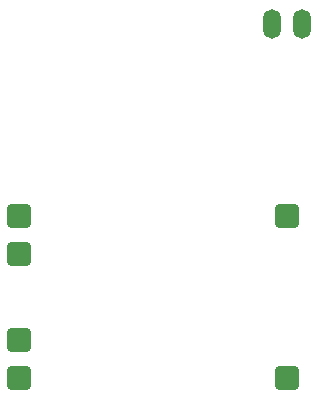
<source format=gbr>
%TF.GenerationSoftware,KiCad,Pcbnew,9.0.2*%
%TF.CreationDate,2025-06-21T17:17:58-04:00*%
%TF.ProjectId,CVISS_IMU_Tracker_Board,43564953-535f-4494-9d55-5f547261636b,rev?*%
%TF.SameCoordinates,Original*%
%TF.FileFunction,Paste,Top*%
%TF.FilePolarity,Positive*%
%FSLAX46Y46*%
G04 Gerber Fmt 4.6, Leading zero omitted, Abs format (unit mm)*
G04 Created by KiCad (PCBNEW 9.0.2) date 2025-06-21 17:17:58*
%MOMM*%
%LPD*%
G01*
G04 APERTURE LIST*
G04 Aperture macros list*
%AMRoundRect*
0 Rectangle with rounded corners*
0 $1 Rounding radius*
0 $2 $3 $4 $5 $6 $7 $8 $9 X,Y pos of 4 corners*
0 Add a 4 corners polygon primitive as box body*
4,1,4,$2,$3,$4,$5,$6,$7,$8,$9,$2,$3,0*
0 Add four circle primitives for the rounded corners*
1,1,$1+$1,$2,$3*
1,1,$1+$1,$4,$5*
1,1,$1+$1,$6,$7*
1,1,$1+$1,$8,$9*
0 Add four rect primitives between the rounded corners*
20,1,$1+$1,$2,$3,$4,$5,0*
20,1,$1+$1,$4,$5,$6,$7,0*
20,1,$1+$1,$6,$7,$8,$9,0*
20,1,$1+$1,$8,$9,$2,$3,0*%
G04 Aperture macros list end*
%ADD10RoundRect,0.300000X-0.700000X-0.700000X0.700000X-0.700000X0.700000X0.700000X-0.700000X0.700000X0*%
%ADD11O,1.500000X2.500000*%
G04 APERTURE END LIST*
D10*
%TO.C,U3*%
X162600000Y-121010000D03*
X162600000Y-117810000D03*
X162600000Y-110510000D03*
X162600000Y-107310000D03*
X185300000Y-121010000D03*
X185300000Y-107310000D03*
%TD*%
D11*
%TO.C,U4*%
X186490000Y-91040000D03*
X183990000Y-91040000D03*
%TD*%
M02*

</source>
